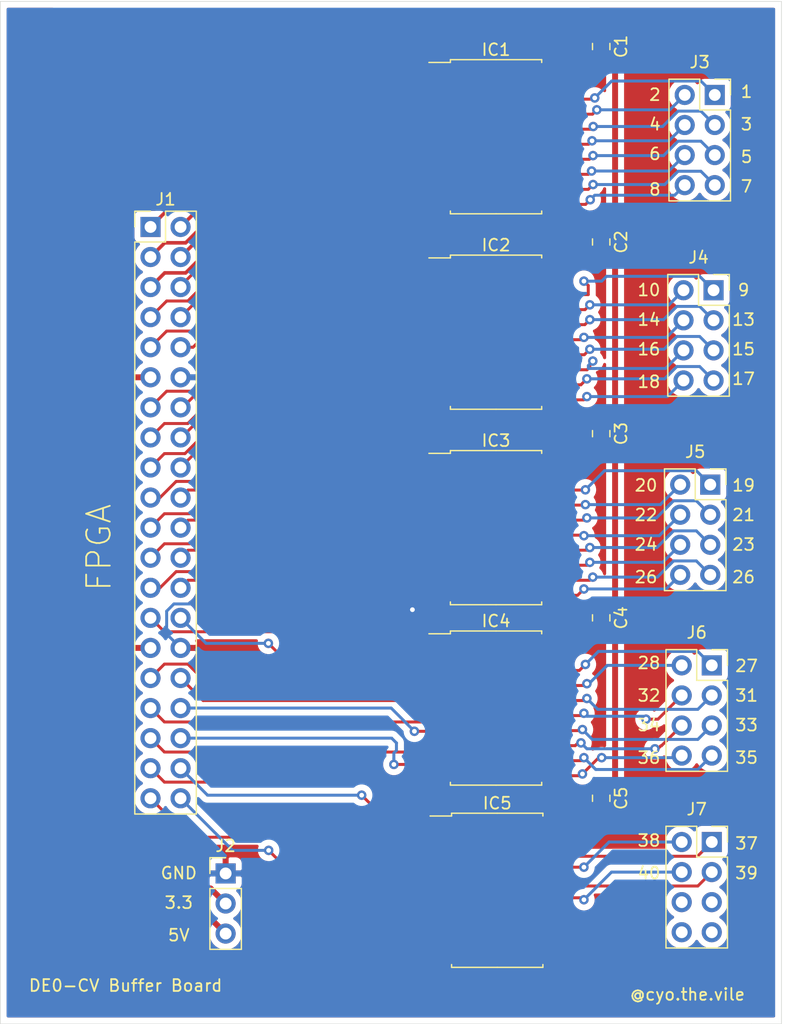
<source format=kicad_pcb>
(kicad_pcb (version 20171130) (host pcbnew "(5.1.9)-1")
  (layers (0 F.Cu signal) (31 B.Cu signal) (34 B.Paste user) (35 F.Paste user) (36 B.SilkS user) (37 F.SilkS user) (38 B.Mask user) (39 F.Mask user) (44 Edge.Cuts user))
  (net 0 "")
  (net 1 "Net-(C1-Pad2)")
  (net 2 /5V)
  (net 3 "Net-(C2-Pad2)")
  (net 4 "Net-(C3-Pad2)")
  (net 5 "Net-(C4-Pad2)")
  (net 6 "Net-(C5-Pad2)")
  (net 7 /GND)
  (net 8 /1-8)
  (net 9 /1-7)
  (net 10 /1-6)
  (net 11 /1-5)
  (net 12 /1-4)
  (net 13 /1-3)
  (net 14 /1-2)
  (net 15 /1-1)
  (net 16 /2-8)
  (net 17 /2-7)
  (net 18 /2-6)
  (net 19 /2-5)
  (net 20 /2-4)
  (net 21 /2-3)
  (net 22 /3-8)
  (net 23 /3-7)
  (net 24 /3-6)
  (net 25 /3-5)
  (net 26 /3-4)
  (net 27 /3-3)
  (net 28 /3-2)
  (net 29 /3-1)
  (net 30 /4-8)
  (net 31 /4-7)
  (net 32 /4-6)
  (net 33 /4-5)
  (net 34 /4-4)
  (net 35 /4-3)
  (net 36 /4-2)
  (net 37 /4-1)
  (net 38 "Net-(IC5-Pad14)")
  (net 39 "Net-(IC5-Pad13)")
  (net 40 "Net-(IC5-Pad12)")
  (net 41 "Net-(IC5-Pad11)")
  (net 42 "Net-(IC5-Pad9)")
  (net 43 "Net-(IC5-Pad8)")
  (net 44 "Net-(IC5-Pad7)")
  (net 45 "Net-(IC5-Pad6)")
  (net 46 /5-4)
  (net 47 /5-3)
  (net 48 /5-2)
  (net 49 /5-1)
  (net 50 /3.3V)
  (net 51 /2-2)
  (net 52 /2-1)
  (net 53 /11-1)
  (net 54 /11-2)
  (net 55 /11-3)
  (net 56 /11-4)
  (net 57 /11-5)
  (net 58 /11-6)
  (net 59 /11-7)
  (net 60 /11-8)
  (net 61 "Net-(J7-Pad8)")
  (net 62 "Net-(J7-Pad7)")
  (net 63 "Net-(J7-Pad6)")
  (net 64 "Net-(J7-Pad5)")
  (net 65 /22-1)
  (net 66 /22-2)
  (net 67 /22-3)
  (net 68 /22-4)
  (net 69 /22-5)
  (net 70 /22-6)
  (net 71 /22-7)
  (net 72 /22-8)
  (net 73 /33-1)
  (net 74 /33-2)
  (net 75 /33-3)
  (net 76 /33-4)
  (net 77 /33-5)
  (net 78 /33-6)
  (net 79 /33-7)
  (net 80 /33-8)
  (net 81 /44-1)
  (net 82 /44-2)
  (net 83 /44-3)
  (net 84 /44-4)
  (net 85 /44-5)
  (net 86 /44-6)
  (net 87 /44-7)
  (net 88 /44-8)
  (net 89 /55-1)
  (net 90 /55-2)
  (net 91 /55-3)
  (net 92 /55-4)
  (module Connector_PinSocket_2.54mm:PinSocket_2x04_P2.54mm_Vertical (layer F.Cu) (at 133.8072 142.1257)
    (fp_text reference J7 (at -1.27 -2.77) (layer F.SilkS))
    (fp_text value Conn_02x04_Odd_Even)
    (pad 8 thru_hole oval (at -2.54 7.62) (size 1.7 1.7) (drill 1) (layers *.Cu *.Mask) (net 61 "Net-(J7-Pad8)"))
    (pad 7 thru_hole oval (at 0 7.62) (size 1.7 1.7) (drill 1) (layers *.Cu *.Mask) (net 62 "Net-(J7-Pad7)"))
    (pad 6 thru_hole oval (at -2.54 5.08) (size 1.7 1.7) (drill 1) (layers *.Cu *.Mask) (net 63 "Net-(J7-Pad6)"))
    (pad 5 thru_hole oval (at 0 5.08) (size 1.7 1.7) (drill 1) (layers *.Cu *.Mask) (net 64 "Net-(J7-Pad5)"))
    (pad 4 thru_hole oval (at -2.54 2.54) (size 1.7 1.7) (drill 1) (layers *.Cu *.Mask) (net 92 /55-4))
    (pad 3 thru_hole oval (at 0 2.54) (size 1.7 1.7) (drill 1) (layers *.Cu *.Mask) (net 91 /55-3))
    (pad 2 thru_hole oval (at -2.54 0) (size 1.7 1.7) (drill 1) (layers *.Cu *.Mask) (net 90 /55-2))
    (pad 1 thru_hole rect (at 0 0) (size 1.7 1.7) (drill 1) (layers *.Cu *.Mask) (net 89 /55-1))
  )
  (module Connector_PinSocket_2.54mm:PinSocket_2x04_P2.54mm_Vertical (layer F.Cu) (at 133.8072 127.2032)
    (fp_text reference J6 (at -1.27 -2.77) (layer F.SilkS))
    (fp_text value Conn_02x04_Odd_Even)
    (pad 8 thru_hole oval (at -2.54 7.62) (size 1.7 1.7) (drill 1) (layers *.Cu *.Mask) (net 88 /44-8))
    (pad 7 thru_hole oval (at 0 7.62) (size 1.7 1.7) (drill 1) (layers *.Cu *.Mask) (net 87 /44-7))
    (pad 6 thru_hole oval (at -2.54 5.08) (size 1.7 1.7) (drill 1) (layers *.Cu *.Mask) (net 86 /44-6))
    (pad 5 thru_hole oval (at 0 5.08) (size 1.7 1.7) (drill 1) (layers *.Cu *.Mask) (net 85 /44-5))
    (pad 4 thru_hole oval (at -2.54 2.54) (size 1.7 1.7) (drill 1) (layers *.Cu *.Mask) (net 84 /44-4))
    (pad 3 thru_hole oval (at 0 2.54) (size 1.7 1.7) (drill 1) (layers *.Cu *.Mask) (net 83 /44-3))
    (pad 2 thru_hole oval (at -2.54 0) (size 1.7 1.7) (drill 1) (layers *.Cu *.Mask) (net 82 /44-2))
    (pad 1 thru_hole rect (at 0 0) (size 1.7 1.7) (drill 1) (layers *.Cu *.Mask) (net 81 /44-1))
  )
  (module Connector_PinSocket_2.54mm:PinSocket_2x04_P2.54mm_Vertical (layer F.Cu) (at 133.6802 111.9378)
    (fp_text reference J5 (at -1.27 -2.77) (layer F.SilkS))
    (fp_text value Conn_02x04_Odd_Even)
    (pad 8 thru_hole oval (at -2.54 7.62) (size 1.7 1.7) (drill 1) (layers *.Cu *.Mask) (net 80 /33-8))
    (pad 7 thru_hole oval (at 0 7.62) (size 1.7 1.7) (drill 1) (layers *.Cu *.Mask) (net 79 /33-7))
    (pad 6 thru_hole oval (at -2.54 5.08) (size 1.7 1.7) (drill 1) (layers *.Cu *.Mask) (net 78 /33-6))
    (pad 5 thru_hole oval (at 0 5.08) (size 1.7 1.7) (drill 1) (layers *.Cu *.Mask) (net 77 /33-5))
    (pad 4 thru_hole oval (at -2.54 2.54) (size 1.7 1.7) (drill 1) (layers *.Cu *.Mask) (net 76 /33-4))
    (pad 3 thru_hole oval (at 0 2.54) (size 1.7 1.7) (drill 1) (layers *.Cu *.Mask) (net 75 /33-3))
    (pad 2 thru_hole oval (at -2.54 0) (size 1.7 1.7) (drill 1) (layers *.Cu *.Mask) (net 74 /33-2))
    (pad 1 thru_hole rect (at 0 0) (size 1.7 1.7) (drill 1) (layers *.Cu *.Mask) (net 73 /33-1))
  )
  (module Connector_PinSocket_2.54mm:PinSocket_2x04_P2.54mm_Vertical (layer F.Cu) (at 133.9596 95.5167)
    (fp_text reference J4 (at -1.27 -2.77) (layer F.SilkS))
    (fp_text value Conn_02x04_Odd_Even)
    (pad 8 thru_hole oval (at -2.54 7.62) (size 1.7 1.7) (drill 1) (layers *.Cu *.Mask) (net 72 /22-8))
    (pad 7 thru_hole oval (at 0 7.62) (size 1.7 1.7) (drill 1) (layers *.Cu *.Mask) (net 71 /22-7))
    (pad 6 thru_hole oval (at -2.54 5.08) (size 1.7 1.7) (drill 1) (layers *.Cu *.Mask) (net 70 /22-6))
    (pad 5 thru_hole oval (at 0 5.08) (size 1.7 1.7) (drill 1) (layers *.Cu *.Mask) (net 69 /22-5))
    (pad 4 thru_hole oval (at -2.54 2.54) (size 1.7 1.7) (drill 1) (layers *.Cu *.Mask) (net 68 /22-4))
    (pad 3 thru_hole oval (at 0 2.54) (size 1.7 1.7) (drill 1) (layers *.Cu *.Mask) (net 67 /22-3))
    (pad 2 thru_hole oval (at -2.54 0) (size 1.7 1.7) (drill 1) (layers *.Cu *.Mask) (net 66 /22-2))
    (pad 1 thru_hole rect (at 0 0) (size 1.7 1.7) (drill 1) (layers *.Cu *.Mask) (net 65 /22-1))
  )
  (module Connector_PinSocket_2.54mm:PinSocket_2x04_P2.54mm_Vertical (layer F.Cu) (at 134.0612 79.0194)
    (fp_text reference J3 (at -1.27 -2.77) (layer F.SilkS))
    (fp_text value Conn_02x04_Odd_Even)
    (pad 8 thru_hole oval (at -2.54 7.62) (size 1.7 1.7) (drill 1) (layers *.Cu *.Mask) (net 60 /11-8))
    (pad 7 thru_hole oval (at 0 7.62) (size 1.7 1.7) (drill 1) (layers *.Cu *.Mask) (net 59 /11-7))
    (pad 6 thru_hole oval (at -2.54 5.08) (size 1.7 1.7) (drill 1) (layers *.Cu *.Mask) (net 58 /11-6))
    (pad 5 thru_hole oval (at 0 5.08) (size 1.7 1.7) (drill 1) (layers *.Cu *.Mask) (net 57 /11-5))
    (pad 4 thru_hole oval (at -2.54 2.54) (size 1.7 1.7) (drill 1) (layers *.Cu *.Mask) (net 56 /11-4))
    (pad 3 thru_hole oval (at 0 2.54) (size 1.7 1.7) (drill 1) (layers *.Cu *.Mask) (net 55 /11-3))
    (pad 2 thru_hole oval (at -2.54 0) (size 1.7 1.7) (drill 1) (layers *.Cu *.Mask) (net 54 /11-2))
    (pad 1 thru_hole rect (at 0 0) (size 1.7 1.7) (drill 1) (layers *.Cu *.Mask) (net 53 /11-1))
  )
  (module Connector_PinHeader_2.54mm:PinHeader_1x03_P2.54mm_Vertical (layer F.Cu) (at 92.71 144.78)
    (fp_text reference J2 (at 0 -2.33) (layer F.SilkS))
    (fp_text value POWER)
    (pad 3 thru_hole oval (at 0 5.08) (size 1.7 1.7) (drill 1) (layers *.Cu *.Mask) (net 2 /5V))
    (pad 2 thru_hole oval (at 0 2.54) (size 1.7 1.7) (drill 1) (layers *.Cu *.Mask) (net 50 /3.3V))
    (pad 1 thru_hole rect (at 0 0) (size 1.7 1.7) (drill 1) (layers *.Cu *.Mask) (net 7 /GND))
  )
  (module Connector_PinHeader_2.54mm:PinHeader_2x20_P2.54mm_Vertical (layer F.Cu) (at 86.36 90.17)
    (fp_text reference J1 (at 1.27 -2.33) (layer F.SilkS))
    (fp_text value FPGA)
    (pad 40 thru_hole oval (at 2.54 48.26) (size 1.7 1.7) (drill 1) (layers *.Cu *.Mask) (net 46 /5-4))
    (pad 39 thru_hole oval (at 0 48.26) (size 1.7 1.7) (drill 1) (layers *.Cu *.Mask) (net 47 /5-3))
    (pad 38 thru_hole oval (at 2.54 45.72) (size 1.7 1.7) (drill 1) (layers *.Cu *.Mask) (net 48 /5-2))
    (pad 37 thru_hole oval (at 0 45.72) (size 1.7 1.7) (drill 1) (layers *.Cu *.Mask) (net 49 /5-1))
    (pad 36 thru_hole oval (at 2.54 43.18) (size 1.7 1.7) (drill 1) (layers *.Cu *.Mask) (net 30 /4-8))
    (pad 35 thru_hole oval (at 0 43.18) (size 1.7 1.7) (drill 1) (layers *.Cu *.Mask) (net 31 /4-7))
    (pad 34 thru_hole oval (at 2.54 40.64) (size 1.7 1.7) (drill 1) (layers *.Cu *.Mask) (net 32 /4-6))
    (pad 33 thru_hole oval (at 0 40.64) (size 1.7 1.7) (drill 1) (layers *.Cu *.Mask) (net 33 /4-5))
    (pad 32 thru_hole oval (at 2.54 38.1) (size 1.7 1.7) (drill 1) (layers *.Cu *.Mask) (net 34 /4-4))
    (pad 31 thru_hole oval (at 0 38.1) (size 1.7 1.7) (drill 1) (layers *.Cu *.Mask) (net 35 /4-3))
    (pad 30 thru_hole oval (at 2.54 35.56) (size 1.7 1.7) (drill 1) (layers *.Cu *.Mask) (net 7 /GND))
    (pad 29 thru_hole oval (at 0 35.56) (size 1.7 1.7) (drill 1) (layers *.Cu *.Mask) (net 50 /3.3V))
    (pad 28 thru_hole oval (at 2.54 33.02) (size 1.7 1.7) (drill 1) (layers *.Cu *.Mask) (net 36 /4-2))
    (pad 27 thru_hole oval (at 0 33.02) (size 1.7 1.7) (drill 1) (layers *.Cu *.Mask) (net 37 /4-1))
    (pad 26 thru_hole oval (at 2.54 30.48) (size 1.7 1.7) (drill 1) (layers *.Cu *.Mask) (net 22 /3-8))
    (pad 25 thru_hole oval (at 0 30.48) (size 1.7 1.7) (drill 1) (layers *.Cu *.Mask) (net 23 /3-7))
    (pad 24 thru_hole oval (at 2.54 27.94) (size 1.7 1.7) (drill 1) (layers *.Cu *.Mask) (net 24 /3-6))
    (pad 23 thru_hole oval (at 0 27.94) (size 1.7 1.7) (drill 1) (layers *.Cu *.Mask) (net 25 /3-5))
    (pad 22 thru_hole oval (at 2.54 25.4) (size 1.7 1.7) (drill 1) (layers *.Cu *.Mask) (net 26 /3-4))
    (pad 21 thru_hole oval (at 0 25.4) (size 1.7 1.7) (drill 1) (layers *.Cu *.Mask) (net 27 /3-3))
    (pad 20 thru_hole oval (at 2.54 22.86) (size 1.7 1.7) (drill 1) (layers *.Cu *.Mask) (net 28 /3-2))
    (pad 19 thru_hole oval (at 0 22.86) (size 1.7 1.7) (drill 1) (layers *.Cu *.Mask) (net 29 /3-1))
    (pad 18 thru_hole oval (at 2.54 20.32) (size 1.7 1.7) (drill 1) (layers *.Cu *.Mask) (net 16 /2-8))
    (pad 17 thru_hole oval (at 0 20.32) (size 1.7 1.7) (drill 1) (layers *.Cu *.Mask) (net 17 /2-7))
    (pad 16 thru_hole oval (at 2.54 17.78) (size 1.7 1.7) (drill 1) (layers *.Cu *.Mask) (net 18 /2-6))
    (pad 15 thru_hole oval (at 0 17.78) (size 1.7 1.7) (drill 1) (layers *.Cu *.Mask) (net 19 /2-5))
    (pad 14 thru_hole oval (at 2.54 15.24) (size 1.7 1.7) (drill 1) (layers *.Cu *.Mask) (net 20 /2-4))
    (pad 13 thru_hole oval (at 0 15.24) (size 1.7 1.7) (drill 1) (layers *.Cu *.Mask) (net 21 /2-3))
    (pad 12 thru_hole oval (at 2.54 12.7) (size 1.7 1.7) (drill 1) (layers *.Cu *.Mask) (net 7 /GND))
    (pad 11 thru_hole oval (at 0 12.7) (size 1.7 1.7) (drill 1) (layers *.Cu *.Mask) (net 2 /5V))
    (pad 10 thru_hole oval (at 2.54 10.16) (size 1.7 1.7) (drill 1) (layers *.Cu *.Mask) (net 51 /2-2))
    (pad 9 thru_hole oval (at 0 10.16) (size 1.7 1.7) (drill 1) (layers *.Cu *.Mask) (net 52 /2-1))
    (pad 8 thru_hole oval (at 2.54 7.62) (size 1.7 1.7) (drill 1) (layers *.Cu *.Mask) (net 8 /1-8))
    (pad 7 thru_hole oval (at 0 7.62) (size 1.7 1.7) (drill 1) (layers *.Cu *.Mask) (net 9 /1-7))
    (pad 6 thru_hole oval (at 2.54 5.08) (size 1.7 1.7) (drill 1) (layers *.Cu *.Mask) (net 10 /1-6))
    (pad 5 thru_hole oval (at 0 5.08) (size 1.7 1.7) (drill 1) (layers *.Cu *.Mask) (net 11 /1-5))
    (pad 4 thru_hole oval (at 2.54 2.54) (size 1.7 1.7) (drill 1) (layers *.Cu *.Mask) (net 12 /1-4))
    (pad 3 thru_hole oval (at 0 2.54) (size 1.7 1.7) (drill 1) (layers *.Cu *.Mask) (net 13 /1-3))
    (pad 2 thru_hole oval (at 2.54 0) (size 1.7 1.7) (drill 1) (layers *.Cu *.Mask) (net 14 /1-2))
    (pad 1 thru_hole rect (at 0 0) (size 1.7 1.7) (drill 1) (layers *.Cu *.Mask) (net 15 /1-1))
  )
  (module Package_SO:SOIC-20W_7.5x12.8mm_P1.27mm (layer F.Cu) (at 115.6716 146.2024)
    (fp_text reference IC5 (at 0 -7.35) (layer F.SilkS))
    (fp_text value MC74HC541ADWR2G)
    (pad 20 smd roundrect (at 4.65 -5.715) (size 2.05 0.6) (layers F.Cu F.Paste F.Mask) (net 6 "Net-(C5-Pad2)"))
    (pad 19 smd roundrect (at 4.65 -4.445) (size 2.05 0.6) (layers F.Cu F.Paste F.Mask) (net 7 /GND))
    (pad 18 smd roundrect (at 4.65 -3.175) (size 2.05 0.6) (layers F.Cu F.Paste F.Mask) (net 89 /55-1))
    (pad 17 smd roundrect (at 4.65 -1.905) (size 2.05 0.6) (layers F.Cu F.Paste F.Mask) (net 90 /55-2))
    (pad 16 smd roundrect (at 4.65 -0.635) (size 2.05 0.6) (layers F.Cu F.Paste F.Mask) (net 91 /55-3))
    (pad 15 smd roundrect (at 4.65 0.635) (size 2.05 0.6) (layers F.Cu F.Paste F.Mask) (net 92 /55-4))
    (pad 14 smd roundrect (at 4.65 1.905) (size 2.05 0.6) (layers F.Cu F.Paste F.Mask) (net 38 "Net-(IC5-Pad14)"))
    (pad 13 smd roundrect (at 4.65 3.175) (size 2.05 0.6) (layers F.Cu F.Paste F.Mask) (net 39 "Net-(IC5-Pad13)"))
    (pad 12 smd roundrect (at 4.65 4.445) (size 2.05 0.6) (layers F.Cu F.Paste F.Mask) (net 40 "Net-(IC5-Pad12)"))
    (pad 11 smd roundrect (at 4.65 5.715) (size 2.05 0.6) (layers F.Cu F.Paste F.Mask) (net 41 "Net-(IC5-Pad11)"))
    (pad 10 smd roundrect (at -4.65 5.715) (size 2.05 0.6) (layers F.Cu F.Paste F.Mask) (net 7 /GND))
    (pad 9 smd roundrect (at -4.65 4.445) (size 2.05 0.6) (layers F.Cu F.Paste F.Mask) (net 42 "Net-(IC5-Pad9)"))
    (pad 8 smd roundrect (at -4.65 3.175) (size 2.05 0.6) (layers F.Cu F.Paste F.Mask) (net 43 "Net-(IC5-Pad8)"))
    (pad 7 smd roundrect (at -4.65 1.905) (size 2.05 0.6) (layers F.Cu F.Paste F.Mask) (net 44 "Net-(IC5-Pad7)"))
    (pad 6 smd roundrect (at -4.65 0.635) (size 2.05 0.6) (layers F.Cu F.Paste F.Mask) (net 45 "Net-(IC5-Pad6)"))
    (pad 5 smd roundrect (at -4.65 -0.635) (size 2.05 0.6) (layers F.Cu F.Paste F.Mask) (net 46 /5-4))
    (pad 4 smd roundrect (at -4.65 -1.905) (size 2.05 0.6) (layers F.Cu F.Paste F.Mask) (net 47 /5-3))
    (pad 3 smd roundrect (at -4.65 -3.175) (size 2.05 0.6) (layers F.Cu F.Paste F.Mask) (net 48 /5-2))
    (pad 2 smd roundrect (at -4.65 -4.445) (size 2.05 0.6) (layers F.Cu F.Paste F.Mask) (net 49 /5-1))
    (pad 1 smd roundrect (at -4.65 -5.715) (size 2.05 0.6) (layers F.Cu F.Paste F.Mask) (net 7 /GND))
  )
  (module Package_SO:SOIC-20W_7.5x12.8mm_P1.27mm (layer F.Cu) (at 115.57 130.81)
    (fp_text reference IC4 (at 0 -7.35) (layer F.SilkS))
    (fp_text value MC74HC541ADWR2G)
    (pad 20 smd roundrect (at 4.65 -5.715) (size 2.05 0.6) (layers F.Cu F.Paste F.Mask) (net 5 "Net-(C4-Pad2)"))
    (pad 19 smd roundrect (at 4.65 -4.445) (size 2.05 0.6) (layers F.Cu F.Paste F.Mask) (net 7 /GND))
    (pad 18 smd roundrect (at 4.65 -3.175) (size 2.05 0.6) (layers F.Cu F.Paste F.Mask) (net 81 /44-1))
    (pad 17 smd roundrect (at 4.65 -1.905) (size 2.05 0.6) (layers F.Cu F.Paste F.Mask) (net 82 /44-2))
    (pad 16 smd roundrect (at 4.65 -0.635) (size 2.05 0.6) (layers F.Cu F.Paste F.Mask) (net 83 /44-3))
    (pad 15 smd roundrect (at 4.65 0.635) (size 2.05 0.6) (layers F.Cu F.Paste F.Mask) (net 84 /44-4))
    (pad 14 smd roundrect (at 4.65 1.905) (size 2.05 0.6) (layers F.Cu F.Paste F.Mask) (net 85 /44-5))
    (pad 13 smd roundrect (at 4.65 3.175) (size 2.05 0.6) (layers F.Cu F.Paste F.Mask) (net 86 /44-6))
    (pad 12 smd roundrect (at 4.65 4.445) (size 2.05 0.6) (layers F.Cu F.Paste F.Mask) (net 87 /44-7))
    (pad 11 smd roundrect (at 4.65 5.715) (size 2.05 0.6) (layers F.Cu F.Paste F.Mask) (net 88 /44-8))
    (pad 10 smd roundrect (at -4.65 5.715) (size 2.05 0.6) (layers F.Cu F.Paste F.Mask) (net 7 /GND))
    (pad 9 smd roundrect (at -4.65 4.445) (size 2.05 0.6) (layers F.Cu F.Paste F.Mask) (net 30 /4-8))
    (pad 8 smd roundrect (at -4.65 3.175) (size 2.05 0.6) (layers F.Cu F.Paste F.Mask) (net 31 /4-7))
    (pad 7 smd roundrect (at -4.65 1.905) (size 2.05 0.6) (layers F.Cu F.Paste F.Mask) (net 32 /4-6))
    (pad 6 smd roundrect (at -4.65 0.635) (size 2.05 0.6) (layers F.Cu F.Paste F.Mask) (net 33 /4-5))
    (pad 5 smd roundrect (at -4.65 -0.635) (size 2.05 0.6) (layers F.Cu F.Paste F.Mask) (net 34 /4-4))
    (pad 4 smd roundrect (at -4.65 -1.905) (size 2.05 0.6) (layers F.Cu F.Paste F.Mask) (net 35 /4-3))
    (pad 3 smd roundrect (at -4.65 -3.175) (size 2.05 0.6) (layers F.Cu F.Paste F.Mask) (net 36 /4-2))
    (pad 2 smd roundrect (at -4.65 -4.445) (size 2.05 0.6) (layers F.Cu F.Paste F.Mask) (net 37 /4-1))
    (pad 1 smd roundrect (at -4.65 -5.715) (size 2.05 0.6) (layers F.Cu F.Paste F.Mask) (net 7 /GND))
  )
  (module Package_SO:SOIC-20W_7.5x12.8mm_P1.27mm (layer F.Cu) (at 115.57 115.57)
    (fp_text reference IC3 (at 0 -7.35) (layer F.SilkS))
    (fp_text value MC74HC541ADWR2G)
    (pad 20 smd roundrect (at 4.65 -5.715) (size 2.05 0.6) (layers F.Cu F.Paste F.Mask) (net 4 "Net-(C3-Pad2)"))
    (pad 19 smd roundrect (at 4.65 -4.445) (size 2.05 0.6) (layers F.Cu F.Paste F.Mask) (net 7 /GND))
    (pad 18 smd roundrect (at 4.65 -3.175) (size 2.05 0.6) (layers F.Cu F.Paste F.Mask) (net 73 /33-1))
    (pad 17 smd roundrect (at 4.65 -1.905) (size 2.05 0.6) (layers F.Cu F.Paste F.Mask) (net 74 /33-2))
    (pad 16 smd roundrect (at 4.65 -0.635) (size 2.05 0.6) (layers F.Cu F.Paste F.Mask) (net 75 /33-3))
    (pad 15 smd roundrect (at 4.65 0.635) (size 2.05 0.6) (layers F.Cu F.Paste F.Mask) (net 76 /33-4))
    (pad 14 smd roundrect (at 4.65 1.905) (size 2.05 0.6) (layers F.Cu F.Paste F.Mask) (net 77 /33-5))
    (pad 13 smd roundrect (at 4.65 3.175) (size 2.05 0.6) (layers F.Cu F.Paste F.Mask) (net 78 /33-6))
    (pad 12 smd roundrect (at 4.65 4.445) (size 2.05 0.6) (layers F.Cu F.Paste F.Mask) (net 79 /33-7))
    (pad 11 smd roundrect (at 4.65 5.715) (size 2.05 0.6) (layers F.Cu F.Paste F.Mask) (net 80 /33-8))
    (pad 10 smd roundrect (at -4.65 5.715) (size 2.05 0.6) (layers F.Cu F.Paste F.Mask) (net 7 /GND))
    (pad 9 smd roundrect (at -4.65 4.445) (size 2.05 0.6) (layers F.Cu F.Paste F.Mask) (net 22 /3-8))
    (pad 8 smd roundrect (at -4.65 3.175) (size 2.05 0.6) (layers F.Cu F.Paste F.Mask) (net 23 /3-7))
    (pad 7 smd roundrect (at -4.65 1.905) (size 2.05 0.6) (layers F.Cu F.Paste F.Mask) (net 24 /3-6))
    (pad 6 smd roundrect (at -4.65 0.635) (size 2.05 0.6) (layers F.Cu F.Paste F.Mask) (net 25 /3-5))
    (pad 5 smd roundrect (at -4.65 -0.635) (size 2.05 0.6) (layers F.Cu F.Paste F.Mask) (net 26 /3-4))
    (pad 4 smd roundrect (at -4.65 -1.905) (size 2.05 0.6) (layers F.Cu F.Paste F.Mask) (net 27 /3-3))
    (pad 3 smd roundrect (at -4.65 -3.175) (size 2.05 0.6) (layers F.Cu F.Paste F.Mask) (net 28 /3-2))
    (pad 2 smd roundrect (at -4.65 -4.445) (size 2.05 0.6) (layers F.Cu F.Paste F.Mask) (net 29 /3-1))
    (pad 1 smd roundrect (at -4.65 -5.715) (size 2.05 0.6) (layers F.Cu F.Paste F.Mask) (net 7 /GND))
  )
  (module Package_SO:SOIC-20W_7.5x12.8mm_P1.27mm (layer F.Cu) (at 115.57 99.06)
    (fp_text reference IC2 (at 0 -7.35) (layer F.SilkS))
    (fp_text value MC74HC541ADWR2G)
    (pad 20 smd roundrect (at 4.65 -5.715) (size 2.05 0.6) (layers F.Cu F.Paste F.Mask) (net 3 "Net-(C2-Pad2)"))
    (pad 19 smd roundrect (at 4.65 -4.445) (size 2.05 0.6) (layers F.Cu F.Paste F.Mask) (net 7 /GND))
    (pad 18 smd roundrect (at 4.65 -3.175) (size 2.05 0.6) (layers F.Cu F.Paste F.Mask) (net 65 /22-1))
    (pad 17 smd roundrect (at 4.65 -1.905) (size 2.05 0.6) (layers F.Cu F.Paste F.Mask) (net 66 /22-2))
    (pad 16 smd roundrect (at 4.65 -0.635) (size 2.05 0.6) (layers F.Cu F.Paste F.Mask) (net 67 /22-3))
    (pad 15 smd roundrect (at 4.65 0.635) (size 2.05 0.6) (layers F.Cu F.Paste F.Mask) (net 68 /22-4))
    (pad 14 smd roundrect (at 4.65 1.905) (size 2.05 0.6) (layers F.Cu F.Paste F.Mask) (net 69 /22-5))
    (pad 13 smd roundrect (at 4.65 3.175) (size 2.05 0.6) (layers F.Cu F.Paste F.Mask) (net 70 /22-6))
    (pad 12 smd roundrect (at 4.65 4.445) (size 2.05 0.6) (layers F.Cu F.Paste F.Mask) (net 71 /22-7))
    (pad 11 smd roundrect (at 4.65 5.715) (size 2.05 0.6) (layers F.Cu F.Paste F.Mask) (net 72 /22-8))
    (pad 10 smd roundrect (at -4.65 5.715) (size 2.05 0.6) (layers F.Cu F.Paste F.Mask) (net 7 /GND))
    (pad 9 smd roundrect (at -4.65 4.445) (size 2.05 0.6) (layers F.Cu F.Paste F.Mask) (net 16 /2-8))
    (pad 8 smd roundrect (at -4.65 3.175) (size 2.05 0.6) (layers F.Cu F.Paste F.Mask) (net 17 /2-7))
    (pad 7 smd roundrect (at -4.65 1.905) (size 2.05 0.6) (layers F.Cu F.Paste F.Mask) (net 18 /2-6))
    (pad 6 smd roundrect (at -4.65 0.635) (size 2.05 0.6) (layers F.Cu F.Paste F.Mask) (net 19 /2-5))
    (pad 5 smd roundrect (at -4.65 -0.635) (size 2.05 0.6) (layers F.Cu F.Paste F.Mask) (net 20 /2-4))
    (pad 4 smd roundrect (at -4.65 -1.905) (size 2.05 0.6) (layers F.Cu F.Paste F.Mask) (net 21 /2-3))
    (pad 3 smd roundrect (at -4.65 -3.175) (size 2.05 0.6) (layers F.Cu F.Paste F.Mask) (net 51 /2-2))
    (pad 2 smd roundrect (at -4.65 -4.445) (size 2.05 0.6) (layers F.Cu F.Paste F.Mask) (net 52 /2-1))
    (pad 1 smd roundrect (at -4.65 -5.715) (size 2.05 0.6) (layers F.Cu F.Paste F.Mask) (net 7 /GND))
  )
  (module Package_SO:SOIC-20W_7.5x12.8mm_P1.27mm (layer F.Cu) (at 115.57 82.55)
    (fp_text reference IC1 (at 0 -7.35) (layer F.SilkS))
    (fp_text value MC74HC541ADWR2G)
    (pad 20 smd roundrect (at 4.65 -5.715) (size 2.05 0.6) (layers F.Cu F.Paste F.Mask) (net 1 "Net-(C1-Pad2)"))
    (pad 19 smd roundrect (at 4.65 -4.445) (size 2.05 0.6) (layers F.Cu F.Paste F.Mask) (net 7 /GND))
    (pad 18 smd roundrect (at 4.65 -3.175) (size 2.05 0.6) (layers F.Cu F.Paste F.Mask) (net 53 /11-1))
    (pad 17 smd roundrect (at 4.65 -1.905) (size 2.05 0.6) (layers F.Cu F.Paste F.Mask) (net 54 /11-2))
    (pad 16 smd roundrect (at 4.65 -0.635) (size 2.05 0.6) (layers F.Cu F.Paste F.Mask) (net 55 /11-3))
    (pad 15 smd roundrect (at 4.65 0.635) (size 2.05 0.6) (layers F.Cu F.Paste F.Mask) (net 56 /11-4))
    (pad 14 smd roundrect (at 4.65 1.905) (size 2.05 0.6) (layers F.Cu F.Paste F.Mask) (net 57 /11-5))
    (pad 13 smd roundrect (at 4.65 3.175) (size 2.05 0.6) (layers F.Cu F.Paste F.Mask) (net 58 /11-6))
    (pad 12 smd roundrect (at 4.65 4.445) (size 2.05 0.6) (layers F.Cu F.Paste F.Mask) (net 59 /11-7))
    (pad 11 smd roundrect (at 4.65 5.715) (size 2.05 0.6) (layers F.Cu F.Paste F.Mask) (net 60 /11-8))
    (pad 10 smd roundrect (at -4.65 5.715) (size 2.05 0.6) (layers F.Cu F.Paste F.Mask) (net 7 /GND))
    (pad 9 smd roundrect (at -4.65 4.445) (size 2.05 0.6) (layers F.Cu F.Paste F.Mask) (net 8 /1-8))
    (pad 8 smd roundrect (at -4.65 3.175) (size 2.05 0.6) (layers F.Cu F.Paste F.Mask) (net 9 /1-7))
    (pad 7 smd roundrect (at -4.65 1.905) (size 2.05 0.6) (layers F.Cu F.Paste F.Mask) (net 10 /1-6))
    (pad 6 smd roundrect (at -4.65 0.635) (size 2.05 0.6) (layers F.Cu F.Paste F.Mask) (net 11 /1-5))
    (pad 5 smd roundrect (at -4.65 -0.635) (size 2.05 0.6) (layers F.Cu F.Paste F.Mask) (net 12 /1-4))
    (pad 4 smd roundrect (at -4.65 -1.905) (size 2.05 0.6) (layers F.Cu F.Paste F.Mask) (net 13 /1-3))
    (pad 3 smd roundrect (at -4.65 -3.175) (size 2.05 0.6) (layers F.Cu F.Paste F.Mask) (net 14 /1-2))
    (pad 2 smd roundrect (at -4.65 -4.445) (size 2.05 0.6) (layers F.Cu F.Paste F.Mask) (net 15 /1-1))
    (pad 1 smd roundrect (at -4.65 -5.715) (size 2.05 0.6) (layers F.Cu F.Paste F.Mask) (net 7 /GND))
  )
  (module Capacitor_SMD:C_0805_2012Metric (layer F.Cu) (at 124.46 138.43 270)
    (fp_text reference C5 (at 0 -1.68 90) (layer F.SilkS))
    (fp_text value 100pF)
    (pad 2 smd roundrect (at 0.95 0 270) (size 1 1.45) (layers F.Cu F.Paste F.Mask) (net 6 "Net-(C5-Pad2)"))
    (pad 1 smd roundrect (at -0.95 0 270) (size 1 1.45) (layers F.Cu F.Paste F.Mask) (net 2 /5V))
  )
  (module Capacitor_SMD:C_0805_2012Metric (layer F.Cu) (at 124.46 123.19 270)
    (fp_text reference C4 (at 0 -1.68 90) (layer F.SilkS))
    (fp_text value 100pF)
    (pad 2 smd roundrect (at 0.95 0 270) (size 1 1.45) (layers F.Cu F.Paste F.Mask) (net 5 "Net-(C4-Pad2)"))
    (pad 1 smd roundrect (at -0.95 0 270) (size 1 1.45) (layers F.Cu F.Paste F.Mask) (net 2 /5V))
  )
  (module Capacitor_SMD:C_0805_2012Metric (layer F.Cu) (at 124.46 107.63 270)
    (fp_text reference C3 (at 0 -1.68 90) (layer F.SilkS))
    (fp_text value 100pF)
    (pad 2 smd roundrect (at 0.95 0 270) (size 1 1.45) (layers F.Cu F.Paste F.Mask) (net 4 "Net-(C3-Pad2)"))
    (pad 1 smd roundrect (at -0.95 0 270) (size 1 1.45) (layers F.Cu F.Paste F.Mask) (net 2 /5V))
  )
  (module Capacitor_SMD:C_0805_2012Metric (layer F.Cu) (at 124.46 91.44 270)
    (fp_text reference C2 (at 0 -1.68 90) (layer F.SilkS))
    (fp_text value 100pF)
    (pad 2 smd roundrect (at 0.95 0 270) (size 1 1.45) (layers F.Cu F.Paste F.Mask) (net 3 "Net-(C2-Pad2)"))
    (pad 1 smd roundrect (at -0.95 0 270) (size 1 1.45) (layers F.Cu F.Paste F.Mask) (net 2 /5V))
  )
  (module Capacitor_SMD:C_0805_2012Metric (layer F.Cu) (at 124.46 74.93 270)
    (fp_text reference C1 (at 0 -1.68 90) (layer F.SilkS))
    (fp_text value 100pF)
    (pad 2 smd roundrect (at 0.95 0 270) (size 1 1.45) (layers F.Cu F.Paste F.Mask) (net 1 "Net-(C1-Pad2)"))
    (pad 1 smd roundrect (at -0.95 0 270) (size 1 1.45) (layers F.Cu F.Paste F.Mask) (net 2 /5V))
  )
  (gr_text @cyo.the.vile (at 131.75 155) (layer F.SilkS) (effects (font (size 1 1))))
  (gr_text "DE0-CV Buffer Board" (at 84.25 154.25) (layer F.SilkS) (effects (font (size 1 1))))
  (gr_text 34 (at 128.5 132.25) (layer F.SilkS) (effects (font (size 1 1))))
  (gr_text 33 (at 136.75 132.25) (layer F.SilkS) (effects (font (size 1 1))))
  (gr_text 31 (at 136.75 129.75) (layer F.SilkS) (effects (font (size 1 1))))
  (gr_text 32 (at 128.5 129.75) (layer F.SilkS) (effects (font (size 1 1))))
  (gr_text 23 (at 136.5 117) (layer F.SilkS) (effects (font (size 1 1))))
  (gr_text 21 (at 136.5 114.5) (layer F.SilkS) (effects (font (size 1 1))))
  (gr_text 26 (at 128.25 119.75) (layer F.SilkS) (effects (font (size 1 1))))
  (gr_text 24 (at 128.25 117) (layer F.SilkS) (effects (font (size 1 1))))
  (gr_text "22\n" (at 128.25 114.5) (layer F.SilkS) (effects (font (size 1 1))))
  (gr_text 20 (at 128.25 112) (layer F.SilkS) (effects (font (size 1 1))))
  (gr_text 17 (at 136.5 103) (layer F.SilkS) (effects (font (size 1 1))))
  (gr_text 15 (at 136.5 100.5) (layer F.SilkS) (effects (font (size 1 1))))
  (gr_text 13 (at 136.5 98) (layer F.SilkS) (effects (font (size 1 1))))
  (gr_text 16 (at 128.5 100.5) (layer F.SilkS) (effects (font (size 1 1))))
  (gr_text 14 (at 128.5 98) (layer F.SilkS) (effects (font (size 1 1))))
  (gr_text 5 (at 136.75 84.25) (layer F.SilkS) (effects (font (size 1 1))))
  (gr_text 6 (at 129 84) (layer F.SilkS) (effects (font (size 1 1))))
  (gr_text 3 (at 136.75 81.5) (layer F.SilkS) (effects (font (size 1 1))))
  (gr_text "4\n" (at 129 81.5) (layer F.SilkS) (effects (font (size 1 1))))
  (gr_text "35\n" (at 136.75 135) (layer F.SilkS) (effects (font (size 1 1))))
  (gr_text 28 (at 128.5 127) (layer F.SilkS) (effects (font (size 1 1))))
  (gr_text 27 (at 136.75 127.25) (layer F.SilkS) (effects (font (size 1 1))))
  (gr_text 5V (at 88.75 150) (layer F.SilkS) (effects (font (size 1 1))))
  (gr_text 3.3 (at 88.75 147.25) (layer F.SilkS) (effects (font (size 1 1))))
  (gr_text GND (at 88.75 144.75) (layer F.SilkS) (effects (font (size 1 1))))
  (gr_text 40 (at 128.5 144.75) (layer F.SilkS) (effects (font (size 1 1))))
  (gr_text 38 (at 128.5 142) (layer F.SilkS) (effects (font (size 1 1))))
  (gr_text "10\n" (at 128.5 95.5) (layer F.SilkS) (effects (font (size 1 1))))
  (gr_text 8 (at 129 87) (layer F.SilkS) (effects (font (size 1 1))))
  (gr_text 2 (at 129 79) (layer F.SilkS) (effects (font (size 1 1))))
  (gr_text 39 (at 136.75 144.75) (layer F.SilkS) (effects (font (size 1 1))))
  (gr_text 37 (at 136.75 142.25) (layer F.SilkS) (effects (font (size 1 1))))
  (gr_text "36\n" (at 128.5 135) (layer F.SilkS) (effects (font (size 1 1))))
  (gr_text "26\n" (at 136.5 119.75) (layer F.SilkS) (effects (font (size 1 1))))
  (gr_text 19 (at 136.5 112) (layer F.SilkS) (effects (font (size 1 1))))
  (gr_text "18\n" (at 128.5 103.25) (layer F.SilkS) (effects (font (size 1 1))))
  (gr_text 9 (at 136.5 95.5) (layer F.SilkS) (effects (font (size 1 1))))
  (gr_text "7\n" (at 136.75 86.75) (layer F.SilkS) (effects (font (size 1 1))))
  (gr_text 1 (at 136.75 78.75) (layer F.SilkS) (effects (font (size 1 1))))
  (gr_text FPGA (at 82 117.25 90) (layer F.SilkS) (effects (font (size 2 2))))
  (gr_line (start 139.7 157.48) (end 137.16 157.48) (layer Edge.Cuts) (width 0.05))
  (gr_line (start 139.7 71.12) (end 139.7 157.48) (layer Edge.Cuts) (width 0.05))
  (gr_line (start 73.66 71.12) (end 139.7 71.12) (layer Edge.Cuts) (width 0.05))
  (gr_line (start 73.66 157.48) (end 73.66 71.12) (layer Edge.Cuts) (width 0.05))
  (gr_line (start 137.16 157.48) (end 73.66 157.48) (layer Edge.Cuts) (width 0.05))
  (segment (start 123.505 76.835) (end 124.46 75.88) (width 0.5) (layer F.Cu) (net 1))
  (segment (start 120.22 76.835) (end 123.505 76.835) (width 0.5) (layer F.Cu) (net 1))
  (segment (start 78.74 91.44) (end 78.74 72.39) (width 0.5) (layer F.Cu) (net 2))
  (segment (start 122.87 72.39) (end 124.46 73.98) (width 0.5) (layer F.Cu) (net 2))
  (segment (start 78.74 72.39) (end 122.87 72.39) (width 0.5) (layer F.Cu) (net 2))
  (segment (start 124.46 73.98) (end 125.41 73.98) (width 0.5) (layer F.Cu) (net 2))
  (segment (start 125.41 73.98) (end 125.63501 74.20501) (width 0.5) (layer F.Cu) (net 2))
  (segment (start 125.22002 137.48) (end 124.46 137.48) (width 0.5) (layer F.Cu) (net 2))
  (segment (start 125.63501 137.06501) (end 125.22002 137.48) (width 0.5) (layer F.Cu) (net 2))
  (segment (start 125.41 90.49) (end 125.63501 90.26499) (width 0.5) (layer F.Cu) (net 2))
  (segment (start 124.46 90.49) (end 125.41 90.49) (width 0.5) (layer F.Cu) (net 2))
  (segment (start 125.63501 74.20501) (end 125.63501 90.26499) (width 0.5) (layer F.Cu) (net 2))
  (segment (start 125.54002 106.68) (end 125.63501 106.77499) (width 0.5) (layer F.Cu) (net 2))
  (segment (start 124.46 106.68) (end 125.54002 106.68) (width 0.5) (layer F.Cu) (net 2))
  (segment (start 125.63501 90.26499) (end 125.63501 106.77499) (width 0.5) (layer F.Cu) (net 2))
  (segment (start 125.41 122.24) (end 125.63501 122.01499) (width 0.5) (layer F.Cu) (net 2))
  (segment (start 124.46 122.24) (end 125.41 122.24) (width 0.5) (layer F.Cu) (net 2))
  (segment (start 125.63501 122.01499) (end 125.63501 137.06501) (width 0.5) (layer F.Cu) (net 2))
  (segment (start 125.63501 106.77499) (end 125.63501 122.01499) (width 0.5) (layer F.Cu) (net 2))
  (segment (start 78.74 135.89) (end 92.71 149.86) (width 0.5) (layer F.Cu) (net 2))
  (segment (start 86.36 102.87) (end 78.74 102.87) (width 0.5) (layer F.Cu) (net 2))
  (segment (start 78.74 102.87) (end 78.74 135.89) (width 0.5) (layer F.Cu) (net 2))
  (segment (start 78.74 91.44) (end 78.74 102.87) (width 0.5) (layer F.Cu) (net 2))
  (segment (start 121.175 92.39) (end 120.22 93.345) (width 0.5) (layer F.Cu) (net 3))
  (segment (start 124.46 92.39) (end 121.175 92.39) (width 0.5) (layer F.Cu) (net 3))
  (segment (start 123.185 109.855) (end 124.46 108.58) (width 0.5) (layer F.Cu) (net 4))
  (segment (start 120.22 109.855) (end 123.185 109.855) (width 0.5) (layer F.Cu) (net 4))
  (segment (start 121.175 124.14) (end 120.22 125.095) (width 0.5) (layer F.Cu) (net 5))
  (segment (start 124.46 124.14) (end 121.175 124.14) (width 0.5) (layer F.Cu) (net 5))
  (segment (start 121.429 139.38) (end 120.3216 140.4874) (width 0.5) (layer F.Cu) (net 6))
  (segment (start 124.46 139.38) (end 121.429 139.38) (width 0.5) (layer F.Cu) (net 6))
  (segment (start 109.705 122.5) (end 110.92 121.285) (width 0.25) (layer F.Cu) (net 7))
  (segment (start 108.325 122.5) (end 108.5 122.5) (width 0.25) (layer F.Cu) (net 7))
  (segment (start 110.92 125.095) (end 108.325 122.5) (width 0.25) (layer F.Cu) (net 7))
  (segment (start 108.5 122.5) (end 109.705 122.5) (width 0.25) (layer F.Cu) (net 7))
  (via (at 108.5 122.5) (size 0.8) (drill 0.4) (layers F.Cu B.Cu) (net 7))
  (segment (start 87.724999 124.554999) (end 88.9 125.73) (width 0.25) (layer B.Cu) (net 7))
  (segment (start 87.724999 122.625999) (end 87.724999 124.554999) (width 0.25) (layer B.Cu) (net 7))
  (segment (start 88.335999 122.014999) (end 87.724999 122.625999) (width 0.25) (layer B.Cu) (net 7))
  (segment (start 108.014999 122.014999) (end 88.335999 122.014999) (width 0.25) (layer B.Cu) (net 7))
  (segment (start 108.5 122.5) (end 108.014999 122.014999) (width 0.25) (layer B.Cu) (net 7))
  (segment (start 99.695 86.995) (end 88.9 97.79) (width 0.25) (layer F.Cu) (net 8))
  (segment (start 110.92 86.995) (end 99.695 86.995) (width 0.25) (layer F.Cu) (net 8))
  (segment (start 87.724999 96.425001) (end 89.515699 96.425001) (width 0.25) (layer F.Cu) (net 9))
  (segment (start 86.36 97.79) (end 87.724999 96.425001) (width 0.25) (layer F.Cu) (net 9))
  (segment (start 89.515699 96.425001) (end 100.2157 85.725) (width 0.25) (layer F.Cu) (net 9))
  (segment (start 100.2157 85.725) (end 110.92 85.725) (width 0.25) (layer F.Cu) (net 9))
  (segment (start 88.9 95.157766) (end 88.9 95.25) (width 0.25) (layer F.Cu) (net 10))
  (segment (start 99.602766 84.455) (end 88.9 95.157766) (width 0.25) (layer F.Cu) (net 10))
  (segment (start 110.92 84.455) (end 99.602766 84.455) (width 0.25) (layer F.Cu) (net 10))
  (segment (start 89.336003 94.049999) (end 99.949 83.437002) (width 0.3) (layer F.Cu) (net 11))
  (segment (start 87.560001 94.049999) (end 89.336003 94.049999) (width 0.3) (layer F.Cu) (net 11))
  (segment (start 86.36 95.25) (end 87.560001 94.049999) (width 0.3) (layer F.Cu) (net 11))
  (segment (start 110.667998 83.437002) (end 110.92 83.185) (width 0.3) (layer F.Cu) (net 11))
  (segment (start 99.949 83.437002) (end 110.667998 83.437002) (width 0.3) (layer F.Cu) (net 11))
  (segment (start 99.695 81.915) (end 88.9 92.71) (width 0.3) (layer F.Cu) (net 12))
  (segment (start 110.92 81.915) (end 99.695 81.915) (width 0.3) (layer F.Cu) (net 12))
  (segment (start 89.336003 91.509999) (end 99.8728 80.973202) (width 0.3) (layer F.Cu) (net 13))
  (segment (start 87.560001 91.509999) (end 89.336003 91.509999) (width 0.3) (layer F.Cu) (net 13))
  (segment (start 86.36 92.71) (end 87.560001 91.509999) (width 0.3) (layer F.Cu) (net 13))
  (segment (start 110.591798 80.973202) (end 110.92 80.645) (width 0.3) (layer F.Cu) (net 13))
  (segment (start 99.8728 80.973202) (end 110.591798 80.973202) (width 0.3) (layer F.Cu) (net 13))
  (segment (start 99.695 79.375) (end 88.9 90.17) (width 0.3) (layer F.Cu) (net 14))
  (segment (start 110.92 79.375) (end 99.695 79.375) (width 0.3) (layer F.Cu) (net 14))
  (segment (start 98.425 78.105) (end 86.36 90.17) (width 0.3) (layer F.Cu) (net 15))
  (segment (start 110.92 78.105) (end 98.425 78.105) (width 0.3) (layer F.Cu) (net 15))
  (segment (start 95.885 103.505) (end 88.9 110.49) (width 0.25) (layer F.Cu) (net 16))
  (segment (start 110.92 103.505) (end 95.885 103.505) (width 0.25) (layer F.Cu) (net 16))
  (segment (start 89.274003 109.314999) (end 96.0628 102.526202) (width 0.25) (layer F.Cu) (net 17))
  (segment (start 87.535001 109.314999) (end 89.274003 109.314999) (width 0.25) (layer F.Cu) (net 17))
  (segment (start 86.36 110.49) (end 87.535001 109.314999) (width 0.25) (layer F.Cu) (net 17))
  (segment (start 110.628798 102.526202) (end 110.92 102.235) (width 0.25) (layer F.Cu) (net 17))
  (segment (start 96.0628 102.526202) (end 110.628798 102.526202) (width 0.25) (layer F.Cu) (net 17))
  (segment (start 88.97761 107.95) (end 88.9 107.95) (width 0.25) (layer F.Cu) (net 18))
  (segment (start 95.96261 100.965) (end 88.97761 107.95) (width 0.25) (layer F.Cu) (net 18))
  (segment (start 110.92 100.965) (end 95.96261 100.965) (width 0.25) (layer F.Cu) (net 18))
  (segment (start 87.535001 106.774999) (end 89.516201 106.774999) (width 0.25) (layer F.Cu) (net 19))
  (segment (start 86.36 107.95) (end 87.535001 106.774999) (width 0.25) (layer F.Cu) (net 19))
  (segment (start 96.5962 99.695) (end 110.92 99.695) (width 0.25) (layer F.Cu) (net 19))
  (segment (start 89.516201 106.774999) (end 96.5962 99.695) (width 0.25) (layer F.Cu) (net 19))
  (segment (start 89.07921 105.41) (end 88.9 105.41) (width 0.25) (layer F.Cu) (net 20))
  (segment (start 96.06421 98.425) (end 89.07921 105.41) (width 0.25) (layer F.Cu) (net 20))
  (segment (start 110.92 98.425) (end 96.06421 98.425) (width 0.25) (layer F.Cu) (net 20))
  (segment (start 87.724999 104.045001) (end 89.807799 104.045001) (width 0.25) (layer F.Cu) (net 21))
  (segment (start 86.36 105.41) (end 87.724999 104.045001) (width 0.25) (layer F.Cu) (net 21))
  (segment (start 96.6978 97.155) (end 110.92 97.155) (width 0.25) (layer F.Cu) (net 21))
  (segment (start 89.807799 104.045001) (end 96.6978 97.155) (width 0.25) (layer F.Cu) (net 21))
  (segment (start 89.535 120.015) (end 88.9 120.65) (width 0.25) (layer F.Cu) (net 22))
  (segment (start 110.92 120.015) (end 89.535 120.015) (width 0.25) (layer F.Cu) (net 22))
  (segment (start 110.379999 119.285001) (end 110.92 118.745) (width 0.25) (layer F.Cu) (net 23))
  (segment (start 88.525997 119.285001) (end 110.379999 119.285001) (width 0.25) (layer F.Cu) (net 23))
  (segment (start 87.160998 120.65) (end 88.525997 119.285001) (width 0.25) (layer F.Cu) (net 23))
  (segment (start 86.36 120.65) (end 87.160998 120.65) (width 0.25) (layer F.Cu) (net 23))
  (segment (start 89.535 117.475) (end 88.9 118.11) (width 0.25) (layer F.Cu) (net 24))
  (segment (start 110.92 117.475) (end 89.535 117.475) (width 0.25) (layer F.Cu) (net 24))
  (segment (start 109.895 116.205) (end 110.92 116.205) (width 0.25) (layer F.Cu) (net 25))
  (segment (start 109.165001 116.934999) (end 109.895 116.205) (width 0.25) (layer F.Cu) (net 25))
  (segment (start 87.535001 116.934999) (end 109.165001 116.934999) (width 0.25) (layer F.Cu) (net 25))
  (segment (start 86.36 118.11) (end 87.535001 116.934999) (width 0.25) (layer F.Cu) (net 25))
  (segment (start 89.535 114.935) (end 88.9 115.57) (width 0.25) (layer F.Cu) (net 26))
  (segment (start 110.92 114.935) (end 89.535 114.935) (width 0.25) (layer F.Cu) (net 26))
  (segment (start 109.895 113.665) (end 110.92 113.665) (width 0.25) (layer F.Cu) (net 27))
  (segment (start 109.165001 114.394999) (end 109.895 113.665) (width 0.25) (layer F.Cu) (net 27))
  (segment (start 87.535001 114.394999) (end 109.165001 114.394999) (width 0.25) (layer F.Cu) (net 27))
  (segment (start 86.36 115.57) (end 87.535001 114.394999) (width 0.25) (layer F.Cu) (net 27))
  (segment (start 89.535 112.395) (end 88.9 113.03) (width 0.25) (layer F.Cu) (net 28))
  (segment (start 110.92 112.395) (end 89.535 112.395) (width 0.25) (layer F.Cu) (net 28))
  (segment (start 110.379999 111.665001) (end 110.92 111.125) (width 0.25) (layer F.Cu) (net 29))
  (segment (start 88.525997 111.665001) (end 110.379999 111.665001) (width 0.25) (layer F.Cu) (net 29))
  (segment (start 87.160998 113.03) (end 88.525997 111.665001) (width 0.25) (layer F.Cu) (net 29))
  (segment (start 86.36 113.03) (end 87.160998 113.03) (width 0.25) (layer F.Cu) (net 29))
  (segment (start 88.9 133.35) (end 106.7435 133.35) (width 0.25) (layer B.Cu) (net 30))
  (segment (start 106.7435 133.35) (end 107.1499 133.7564) (width 0.25) (layer B.Cu) (net 30))
  (segment (start 107.1499 133.7564) (end 107.1499 133.7564) (width 0.25) (layer B.Cu) (net 30))
  (segment (start 106.932899 134.608401) (end 106.932899 135.059399) (width 0.25) (layer B.Cu) (net 30))
  (segment (start 107.1499 134.3914) (end 106.932899 134.608401) (width 0.25) (layer B.Cu) (net 30))
  (segment (start 107.1499 133.7564) (end 107.1499 134.3914) (width 0.25) (layer B.Cu) (net 30))
  (segment (start 106.932899 135.059399) (end 106.932899 135.5725) (width 0.25) (layer B.Cu) (net 30))
  (segment (start 106.932899 135.5725) (end 106.932899 135.5725) (width 0.25) (layer B.Cu) (net 30))
  (via (at 106.932899 135.5725) (size 0.8) (drill 0.4) (layers F.Cu B.Cu) (net 30))
  (segment (start 110.6025 135.5725) (end 110.92 135.255) (width 0.25) (layer F.Cu) (net 30))
  (segment (start 106.932899 135.5725) (end 110.6025 135.5725) (width 0.25) (layer F.Cu) (net 30))
  (segment (start 87.535001 134.525001) (end 86.36 133.35) (width 0.25) (layer F.Cu) (net 31))
  (segment (start 110.379999 134.525001) (end 87.535001 134.525001) (width 0.25) (layer F.Cu) (net 31))
  (segment (start 110.92 133.985) (end 110.379999 134.525001) (width 0.25) (layer F.Cu) (net 31))
  (segment (start 88.9 130.81) (end 106.7054 130.81) (width 0.25) (layer B.Cu) (net 32))
  (segment (start 106.7054 130.81) (end 108.66755 132.77215) (width 0.25) (layer B.Cu) (net 32))
  (segment (start 108.66755 132.77215) (end 108.7247 132.8293) (width 0.25) (layer B.Cu) (net 32))
  (via (at 108.66755 132.77215) (size 0.8) (drill 0.4) (layers F.Cu B.Cu) (net 32))
  (segment (start 110.86285 132.77215) (end 110.92 132.715) (width 0.25) (layer F.Cu) (net 32))
  (segment (start 108.66755 132.77215) (end 110.86285 132.77215) (width 0.25) (layer F.Cu) (net 32))
  (segment (start 87.535001 131.985001) (end 86.36 130.81) (width 0.25) (layer F.Cu) (net 33))
  (segment (start 110.379999 131.985001) (end 87.535001 131.985001) (width 0.25) (layer F.Cu) (net 33))
  (segment (start 110.92 131.445) (end 110.379999 131.985001) (width 0.25) (layer F.Cu) (net 33))
  (segment (start 90.805 130.175) (end 110.92 130.175) (width 0.25) (layer F.Cu) (net 34))
  (segment (start 88.9 128.27) (end 90.805 130.175) (width 0.25) (layer F.Cu) (net 34))
  (segment (start 87.535001 127.094999) (end 86.36 128.27) (width 0.25) (layer F.Cu) (net 35))
  (segment (start 89.515699 127.094999) (end 87.535001 127.094999) (width 0.25) (layer F.Cu) (net 35))
  (segment (start 91.3257 128.905) (end 89.515699 127.094999) (width 0.25) (layer F.Cu) (net 35))
  (segment (start 110.92 128.905) (end 91.3257 128.905) (width 0.25) (layer F.Cu) (net 35))
  (segment (start 110.92 127.635) (end 98.6155 127.635) (width 0.25) (layer F.Cu) (net 36))
  (segment (start 98.6155 127.635) (end 96.32315 125.34265) (width 0.25) (layer F.Cu) (net 36))
  (segment (start 96.32315 125.34265) (end 96.3168 125.3363) (width 0.25) (layer F.Cu) (net 36))
  (via (at 96.32315 125.34265) (size 0.8) (drill 0.4) (layers F.Cu B.Cu) (net 36))
  (segment (start 91.05265 125.34265) (end 88.9 123.19) (width 0.25) (layer B.Cu) (net 36))
  (segment (start 96.32315 125.34265) (end 91.05265 125.34265) (width 0.25) (layer B.Cu) (net 36))
  (segment (start 109.895 126.365) (end 110.92 126.365) (width 0.25) (layer F.Cu) (net 37))
  (segment (start 107.895001 124.365001) (end 109.895 126.365) (width 0.25) (layer F.Cu) (net 37))
  (segment (start 87.535001 124.365001) (end 107.895001 124.365001) (width 0.25) (layer F.Cu) (net 37))
  (segment (start 86.36 123.19) (end 87.535001 124.365001) (width 0.25) (layer F.Cu) (net 37))
  (segment (start 111.0216 145.5674) (end 99.0854 145.5674) (width 0.25) (layer F.Cu) (net 46))
  (segment (start 99.0854 145.5674) (end 96.34855 142.83055) (width 0.25) (layer F.Cu) (net 46))
  (segment (start 96.34855 142.83055) (end 96.1898 142.6718) (width 0.25) (layer F.Cu) (net 46))
  (via (at 96.34855 142.83055) (size 0.8) (drill 0.4) (layers F.Cu B.Cu) (net 46))
  (segment (start 93.30055 142.83055) (end 88.9 138.43) (width 0.25) (layer B.Cu) (net 46))
  (segment (start 96.34855 142.83055) (end 93.30055 142.83055) (width 0.25) (layer B.Cu) (net 46))
  (segment (start 86.36 138.43) (end 89.6493 141.7193) (width 0.25) (layer F.Cu) (net 47))
  (segment (start 89.6493 141.7193) (end 105.6894 141.7193) (width 0.25) (layer F.Cu) (net 47))
  (segment (start 108.2675 144.2974) (end 111.0216 144.2974) (width 0.25) (layer F.Cu) (net 47))
  (segment (start 105.6894 141.7193) (end 108.2675 144.2974) (width 0.25) (layer F.Cu) (net 47))
  (segment (start 111.0216 143.0274) (end 109.0676 143.0274) (width 0.25) (layer F.Cu) (net 48))
  (segment (start 109.0676 143.0274) (end 104.20985 138.16965) (width 0.25) (layer F.Cu) (net 48))
  (segment (start 104.20985 138.16965) (end 104.1019 138.0617) (width 0.25) (layer F.Cu) (net 48))
  (via (at 104.20985 138.16965) (size 0.8) (drill 0.4) (layers F.Cu B.Cu) (net 48))
  (segment (start 91.17965 138.16965) (end 88.9 135.89) (width 0.25) (layer B.Cu) (net 48))
  (segment (start 104.20985 138.16965) (end 91.17965 138.16965) (width 0.25) (layer B.Cu) (net 48))
  (segment (start 109.9966 141.7574) (end 111.0216 141.7574) (width 0.25) (layer F.Cu) (net 49))
  (segment (start 105.304201 137.065001) (end 109.9966 141.7574) (width 0.25) (layer F.Cu) (net 49))
  (segment (start 87.535001 137.065001) (end 105.304201 137.065001) (width 0.25) (layer F.Cu) (net 49))
  (segment (start 86.36 135.89) (end 87.535001 137.065001) (width 0.25) (layer F.Cu) (net 49))
  (segment (start 91.44 146.05) (end 92.71 147.32) (width 0.5) (layer F.Cu) (net 50))
  (segment (start 90.17 146.05) (end 91.44 146.05) (width 0.5) (layer F.Cu) (net 50))
  (segment (start 80.01 135.89) (end 90.17 146.05) (width 0.5) (layer F.Cu) (net 50))
  (segment (start 86.36 125.73) (end 80.01 125.73) (width 0.5) (layer F.Cu) (net 50))
  (segment (start 80.01 125.73) (end 80.01 135.89) (width 0.5) (layer F.Cu) (net 50))
  (segment (start 89.95551 100.33) (end 88.9 100.33) (width 0.25) (layer F.Cu) (net 51))
  (segment (start 94.40051 95.885) (end 89.95551 100.33) (width 0.25) (layer F.Cu) (net 51))
  (segment (start 110.92 95.885) (end 94.40051 95.885) (width 0.25) (layer F.Cu) (net 51))
  (segment (start 87.724999 98.965001) (end 90.684099 98.965001) (width 0.25) (layer F.Cu) (net 52))
  (segment (start 86.36 100.33) (end 87.724999 98.965001) (width 0.25) (layer F.Cu) (net 52))
  (segment (start 90.684099 98.965001) (end 95.0595 94.5896) (width 0.25) (layer F.Cu) (net 52))
  (segment (start 95.0849 94.615) (end 110.92 94.615) (width 0.25) (layer F.Cu) (net 52))
  (segment (start 95.0595 94.5896) (end 95.0849 94.615) (width 0.25) (layer F.Cu) (net 52))
  (segment (start 120.22 79.375) (end 123.8123 79.375) (width 0.25) (layer F.Cu) (net 53))
  (segment (start 123.8123 79.375) (end 123.9139 79.2734) (width 0.25) (layer F.Cu) (net 53))
  (segment (start 123.9139 79.2734) (end 123.9139 79.2734) (width 0.25) (layer F.Cu) (net 53))
  (via (at 123.9139 79.2734) (size 0.8) (drill 0.4) (layers F.Cu B.Cu) (net 53))
  (segment (start 132.886199 77.844399) (end 134.0612 79.0194) (width 0.25) (layer B.Cu) (net 53))
  (segment (start 125.342901 77.844399) (end 132.886199 77.844399) (width 0.25) (layer B.Cu) (net 53))
  (segment (start 123.9139 79.2734) (end 125.342901 77.844399) (width 0.25) (layer B.Cu) (net 53))
  (segment (start 120.22 80.645) (end 123.7234 80.645) (width 0.25) (layer F.Cu) (net 54))
  (segment (start 123.7234 80.645) (end 124.0917 80.2767) (width 0.25) (layer F.Cu) (net 54))
  (segment (start 124.0917 80.2767) (end 124.0917 80.2767) (width 0.25) (layer F.Cu) (net 54))
  (via (at 124.0917 80.2767) (size 0.8) (drill 0.4) (layers F.Cu B.Cu) (net 54))
  (segment (start 130.2639 80.2767) (end 131.5212 79.0194) (width 0.25) (layer B.Cu) (net 54))
  (segment (start 124.0917 80.2767) (end 130.2639 80.2767) (width 0.25) (layer B.Cu) (net 54))
  (segment (start 120.22 81.915) (end 123.5583 81.915) (width 0.25) (layer F.Cu) (net 55))
  (segment (start 123.5583 81.915) (end 123.7869 81.6864) (width 0.25) (layer F.Cu) (net 55))
  (segment (start 123.7869 81.6864) (end 123.8885 81.5848) (width 0.25) (layer F.Cu) (net 55))
  (via (at 123.7869 81.6864) (size 0.8) (drill 0.4) (layers F.Cu B.Cu) (net 55))
  (segment (start 132.886199 80.384399) (end 134.0612 81.5594) (width 0.25) (layer B.Cu) (net 55))
  (segment (start 130.957199 80.384399) (end 132.886199 80.384399) (width 0.25) (layer B.Cu) (net 55))
  (segment (start 129.655198 81.6864) (end 130.957199 80.384399) (width 0.25) (layer B.Cu) (net 55))
  (segment (start 123.7869 81.6864) (end 129.655198 81.6864) (width 0.25) (layer B.Cu) (net 55))
  (segment (start 120.22 83.185) (end 123.3932 83.185) (width 0.25) (layer F.Cu) (net 56))
  (segment (start 123.3932 83.185) (end 123.6853 82.8929) (width 0.25) (layer F.Cu) (net 56))
  (segment (start 123.6853 82.8929) (end 123.7234 82.8548) (width 0.25) (layer F.Cu) (net 56))
  (via (at 123.6853 82.8929) (size 0.8) (drill 0.4) (layers F.Cu B.Cu) (net 56))
  (segment (start 130.1877 82.8929) (end 123.6853 82.8929) (width 0.25) (layer B.Cu) (net 56))
  (segment (start 131.5212 81.5594) (end 130.1877 82.8929) (width 0.25) (layer B.Cu) (net 56))
  (segment (start 120.22 84.455) (end 123.4567 84.455) (width 0.25) (layer F.Cu) (net 57))
  (segment (start 123.4567 84.455) (end 123.76785 84.14385) (width 0.25) (layer F.Cu) (net 57))
  (segment (start 123.76785 84.14385) (end 123.8377 84.074) (width 0.25) (layer F.Cu) (net 57))
  (via (at 123.76785 84.14385) (size 0.8) (drill 0.4) (layers F.Cu B.Cu) (net 57))
  (segment (start 132.886199 82.924399) (end 134.0612 84.0994) (width 0.25) (layer B.Cu) (net 57))
  (segment (start 130.957199 82.924399) (end 132.886199 82.924399) (width 0.25) (layer B.Cu) (net 57))
  (segment (start 129.737748 84.14385) (end 130.957199 82.924399) (width 0.25) (layer B.Cu) (net 57))
  (segment (start 123.76785 84.14385) (end 129.737748 84.14385) (width 0.25) (layer B.Cu) (net 57))
  (segment (start 120.22 85.725) (end 123.3678 85.725) (width 0.25) (layer F.Cu) (net 58))
  (segment (start 123.3678 85.725) (end 123.6472 85.4456) (width 0.25) (layer F.Cu) (net 58))
  (segment (start 123.6472 85.4456) (end 123.6472 85.4456) (width 0.25) (layer F.Cu) (net 58))
  (via (at 123.6472 85.4456) (size 0.8) (drill 0.4) (layers F.Cu B.Cu) (net 58))
  (segment (start 130.175 85.4456) (end 123.6472 85.4456) (width 0.25) (layer B.Cu) (net 58))
  (segment (start 131.5212 84.0994) (end 130.175 85.4456) (width 0.25) (layer B.Cu) (net 58))
  (segment (start 120.22 86.995) (end 123.3678 86.995) (width 0.25) (layer F.Cu) (net 59))
  (segment (start 123.3678 86.995) (end 123.7742 86.5886) (width 0.25) (layer F.Cu) (net 59))
  (segment (start 123.7742 86.5886) (end 123.7742 86.5886) (width 0.25) (layer F.Cu) (net 59))
  (via (at 123.7742 86.5886) (size 0.8) (drill 0.4) (layers F.Cu B.Cu) (net 59))
  (segment (start 132.886199 85.464399) (end 134.0612 86.6394) (width 0.25) (layer B.Cu) (net 59))
  (segment (start 130.957199 85.464399) (end 132.886199 85.464399) (width 0.25) (layer B.Cu) (net 59))
  (segment (start 129.832998 86.5886) (end 130.957199 85.464399) (width 0.25) (layer B.Cu) (net 59))
  (segment (start 123.7742 86.5886) (end 129.832998 86.5886) (width 0.25) (layer B.Cu) (net 59))
  (segment (start 120.22 88.265) (end 123.1392 88.265) (width 0.25) (layer F.Cu) (net 60))
  (segment (start 123.1392 88.265) (end 123.5329 87.8713) (width 0.25) (layer F.Cu) (net 60))
  (segment (start 123.5329 87.8713) (end 123.5329 87.8713) (width 0.25) (layer F.Cu) (net 60))
  (via (at 123.5329 87.8713) (size 0.8) (drill 0.4) (layers F.Cu B.Cu) (net 60))
  (segment (start 123.914801 87.489399) (end 123.5329 87.8713) (width 0.25) (layer B.Cu) (net 60))
  (segment (start 130.671201 87.489399) (end 123.914801 87.489399) (width 0.25) (layer B.Cu) (net 60))
  (segment (start 131.5212 86.6394) (end 130.671201 87.489399) (width 0.25) (layer B.Cu) (net 60))
  (segment (start 120.22 95.885) (end 123.365 95.885) (width 0.25) (layer F.Cu) (net 65))
  (via (at 123 94.75) (size 0.8) (drill 0.4) (layers F.Cu B.Cu) (net 65))
  (segment (start 132.784599 94.341699) (end 133.9596 95.5167) (width 0.25) (layer B.Cu) (net 65))
  (segment (start 124.908301 94.341699) (end 132.784599 94.341699) (width 0.25) (layer B.Cu) (net 65))
  (segment (start 123.365 95.115) (end 123 94.75) (width 0.25) (layer F.Cu) (net 65))
  (segment (start 123.365 95.885) (end 123.365 95.115) (width 0.25) (layer F.Cu) (net 65))
  (segment (start 124.5 94.75) (end 124.908301 94.341699) (width 0.25) (layer B.Cu) (net 65))
  (segment (start 123 94.75) (end 124.5 94.75) (width 0.25) (layer B.Cu) (net 65))
  (segment (start 120.22 97.155) (end 123.095 97.155) (width 0.25) (layer F.Cu) (net 66))
  (segment (start 123.095 97.155) (end 123.5 96.75) (width 0.25) (layer F.Cu) (net 66))
  (segment (start 123.5 96.75) (end 123.5 96.75) (width 0.25) (layer F.Cu) (net 66))
  (via (at 123.5 96.75) (size 0.8) (drill 0.4) (layers F.Cu B.Cu) (net 66))
  (segment (start 130.1863 96.75) (end 131.4196 95.5167) (width 0.25) (layer B.Cu) (net 66))
  (segment (start 123.5 96.75) (end 130.1863 96.75) (width 0.25) (layer B.Cu) (net 66))
  (segment (start 120.22 98.425) (end 123.075 98.425) (width 0.25) (layer F.Cu) (net 67))
  (segment (start 123.075 98.425) (end 123.5 98) (width 0.25) (layer F.Cu) (net 67))
  (segment (start 123.5 98) (end 123.5 98) (width 0.25) (layer F.Cu) (net 67))
  (via (at 123.5 98) (size 0.8) (drill 0.4) (layers F.Cu B.Cu) (net 67))
  (segment (start 132.784599 96.881699) (end 133.9596 98.0567) (width 0.25) (layer B.Cu) (net 67))
  (segment (start 130.855599 96.881699) (end 132.784599 96.881699) (width 0.25) (layer B.Cu) (net 67))
  (segment (start 129.737298 98) (end 130.855599 96.881699) (width 0.25) (layer B.Cu) (net 67))
  (segment (start 123.5 98) (end 129.737298 98) (width 0.25) (layer B.Cu) (net 67))
  (segment (start 120.22 99.695) (end 122.805 99.695) (width 0.25) (layer F.Cu) (net 68))
  (segment (start 122.805 99.695) (end 123 99.5) (width 0.25) (layer F.Cu) (net 68))
  (segment (start 123 99.5) (end 123 99.5) (width 0.25) (layer F.Cu) (net 68))
  (via (at 123 99.5) (size 0.8) (drill 0.4) (layers F.Cu B.Cu) (net 68))
  (segment (start 129.9763 99.5) (end 123 99.5) (width 0.25) (layer B.Cu) (net 68))
  (segment (start 131.4196 98.0567) (end 129.9763 99.5) (width 0.25) (layer B.Cu) (net 68))
  (segment (start 120.22 100.965) (end 123.035 100.965) (width 0.25) (layer F.Cu) (net 69))
  (segment (start 123.035 100.965) (end 123.5 100.5) (width 0.25) (layer F.Cu) (net 69))
  (segment (start 123.5 100.5) (end 123.5 100.5) (width 0.25) (layer F.Cu) (net 69))
  (via (at 123.5 100.5) (size 0.8) (drill 0.4) (layers F.Cu B.Cu) (net 69))
  (segment (start 132.784599 99.421699) (end 133.9596 100.5967) (width 0.25) (layer B.Cu) (net 69))
  (segment (start 130.855599 99.421699) (end 132.784599 99.421699) (width 0.25) (layer B.Cu) (net 69))
  (segment (start 129.777298 100.5) (end 130.855599 99.421699) (width 0.25) (layer B.Cu) (net 69))
  (segment (start 123.5 100.5) (end 129.777298 100.5) (width 0.25) (layer B.Cu) (net 69))
  (via (at 123.75 101.5) (size 0.8) (drill 0.4) (layers F.Cu B.Cu) (net 70))
  (segment (start 129.8913 102.125) (end 123.375 102.125) (width 0.25) (layer B.Cu) (net 70))
  (segment (start 131.4196 100.5967) (end 129.8913 102.125) (width 0.25) (layer B.Cu) (net 70))
  (segment (start 123.375 101.875) (end 123.75 101.5) (width 0.25) (layer B.Cu) (net 70))
  (segment (start 123.375 102.125) (end 123.375 101.875) (width 0.25) (layer B.Cu) (net 70))
  (segment (start 123.5 101.75) (end 123.75 101.5) (width 0.25) (layer F.Cu) (net 70))
  (segment (start 123.5 102) (end 123.5 101.75) (width 0.25) (layer F.Cu) (net 70))
  (segment (start 123.265 102.235) (end 123.5 102) (width 0.25) (layer F.Cu) (net 70))
  (segment (start 120.22 102.235) (end 123.265 102.235) (width 0.25) (layer F.Cu) (net 70))
  (segment (start 120.22 103.505) (end 122.745 103.505) (width 0.25) (layer F.Cu) (net 71))
  (segment (start 122.745 103.505) (end 123.25 103) (width 0.25) (layer F.Cu) (net 71))
  (segment (start 123.25 103) (end 123.25 103) (width 0.25) (layer F.Cu) (net 71))
  (via (at 123.25 103) (size 0.8) (drill 0.4) (layers F.Cu B.Cu) (net 71))
  (segment (start 132.784599 101.961699) (end 133.9596 103.1367) (width 0.25) (layer B.Cu) (net 71))
  (segment (start 130.855599 101.961699) (end 132.784599 101.961699) (width 0.25) (layer B.Cu) (net 71))
  (segment (start 129.817298 103) (end 130.855599 101.961699) (width 0.25) (layer B.Cu) (net 71))
  (segment (start 123.25 103) (end 129.817298 103) (width 0.25) (layer B.Cu) (net 71))
  (segment (start 120.22 104.775) (end 122.975 104.775) (width 0.25) (layer F.Cu) (net 72))
  (segment (start 122.975 104.775) (end 123.25 104.5) (width 0.25) (layer F.Cu) (net 72))
  (segment (start 123.25 104.5) (end 123.25 104.5) (width 0.25) (layer F.Cu) (net 72))
  (via (at 123.25 104.5) (size 0.8) (drill 0.4) (layers F.Cu B.Cu) (net 72))
  (segment (start 130.0563 104.5) (end 123.25 104.5) (width 0.25) (layer B.Cu) (net 72))
  (segment (start 131.4196 103.1367) (end 130.0563 104.5) (width 0.25) (layer B.Cu) (net 72))
  (segment (start 120.22 112.395) (end 123.105 112.395) (width 0.25) (layer F.Cu) (net 73))
  (segment (start 123.105 112.395) (end 123.125 112.375) (width 0.25) (layer F.Cu) (net 73))
  (segment (start 123.125 112.375) (end 123.25 112.25) (width 0.25) (layer F.Cu) (net 73))
  (via (at 123.125 112.375) (size 0.8) (drill 0.4) (layers F.Cu B.Cu) (net 73))
  (segment (start 132.505199 110.762799) (end 133.6802 111.9378) (width 0.25) (layer B.Cu) (net 73))
  (segment (start 124.737201 110.762799) (end 132.505199 110.762799) (width 0.25) (layer B.Cu) (net 73))
  (segment (start 123.125 112.375) (end 124.737201 110.762799) (width 0.25) (layer B.Cu) (net 73))
  (segment (start 120.22 113.665) (end 123.085 113.665) (width 0.25) (layer F.Cu) (net 74))
  (segment (start 123.085 113.665) (end 123.125 113.625) (width 0.25) (layer F.Cu) (net 74))
  (segment (start 123.125 113.625) (end 123.25 113.5) (width 0.25) (layer F.Cu) (net 74))
  (via (at 123.125 113.625) (size 0.8) (drill 0.4) (layers F.Cu B.Cu) (net 74))
  (segment (start 129.453 113.625) (end 131.1402 111.9378) (width 0.25) (layer B.Cu) (net 74))
  (segment (start 123.125 113.625) (end 129.453 113.625) (width 0.25) (layer B.Cu) (net 74))
  (segment (start 120.22 114.935) (end 123.065 114.935) (width 0.25) (layer F.Cu) (net 75))
  (segment (start 123.065 114.935) (end 123.25 114.75) (width 0.25) (layer F.Cu) (net 75))
  (segment (start 123.25 114.75) (end 123.25 114.75) (width 0.25) (layer F.Cu) (net 75))
  (via (at 123.25 114.75) (size 0.8) (drill 0.4) (layers F.Cu B.Cu) (net 75))
  (segment (start 132.505199 113.302799) (end 133.6802 114.4778) (width 0.25) (layer B.Cu) (net 75))
  (segment (start 130.576199 113.302799) (end 132.505199 113.302799) (width 0.25) (layer B.Cu) (net 75))
  (segment (start 129.128998 114.75) (end 130.576199 113.302799) (width 0.25) (layer B.Cu) (net 75))
  (segment (start 123.25 114.75) (end 129.128998 114.75) (width 0.25) (layer B.Cu) (net 75))
  (segment (start 120.22 116.205) (end 122.795 116.205) (width 0.25) (layer F.Cu) (net 76))
  (segment (start 122.795 116.205) (end 122.84 116.25) (width 0.25) (layer F.Cu) (net 76))
  (segment (start 122.84 116.25) (end 123 116.25) (width 0.25) (layer F.Cu) (net 76))
  (segment (start 123 116.25) (end 123 116.25) (width 0.25) (layer F.Cu) (net 76))
  (via (at 123 116.25) (size 0.8) (drill 0.4) (layers F.Cu B.Cu) (net 76))
  (segment (start 129.368 116.25) (end 123 116.25) (width 0.25) (layer B.Cu) (net 76))
  (segment (start 131.1402 114.4778) (end 129.368 116.25) (width 0.25) (layer B.Cu) (net 76))
  (segment (start 120.22 117.475) (end 123.275 117.475) (width 0.25) (layer F.Cu) (net 77))
  (segment (start 123.275 117.475) (end 123.5 117.25) (width 0.25) (layer F.Cu) (net 77))
  (segment (start 123.5 117.25) (end 123.5 117.25) (width 0.25) (layer F.Cu) (net 77))
  (via (at 123.5 117.25) (size 0.8) (drill 0.4) (layers F.Cu B.Cu) (net 77))
  (segment (start 130.576199 115.842799) (end 132.505199 115.842799) (width 0.25) (layer B.Cu) (net 77))
  (segment (start 129.168998 117.25) (end 130.576199 115.842799) (width 0.25) (layer B.Cu) (net 77))
  (segment (start 132.505199 115.842799) (end 133.6802 117.0178) (width 0.25) (layer B.Cu) (net 77))
  (segment (start 123.5 117.25) (end 129.168998 117.25) (width 0.25) (layer B.Cu) (net 77))
  (segment (start 120.22 118.745) (end 123.255 118.745) (width 0.25) (layer F.Cu) (net 78))
  (segment (start 123.255 118.745) (end 123.5 118.5) (width 0.25) (layer F.Cu) (net 78))
  (segment (start 123.5 118.5) (end 123.5 118.5) (width 0.25) (layer F.Cu) (net 78))
  (via (at 123.5 118.5) (size 0.8) (drill 0.4) (layers F.Cu B.Cu) (net 78))
  (segment (start 129.658 118.5) (end 123.5 118.5) (width 0.25) (layer B.Cu) (net 78))
  (segment (start 131.1402 117.0178) (end 129.658 118.5) (width 0.25) (layer B.Cu) (net 78))
  (segment (start 120.22 120.015) (end 123.485 120.015) (width 0.25) (layer F.Cu) (net 79))
  (segment (start 123.485 120.015) (end 123.75 119.75) (width 0.25) (layer F.Cu) (net 79))
  (segment (start 123.75 119.75) (end 123.75 119.75) (width 0.25) (layer F.Cu) (net 79))
  (via (at 123.75 119.75) (size 0.8) (drill 0.4) (layers F.Cu B.Cu) (net 79))
  (segment (start 130.576199 118.382799) (end 132.505199 118.382799) (width 0.25) (layer B.Cu) (net 79))
  (segment (start 132.505199 118.382799) (end 133.6802 119.5578) (width 0.25) (layer B.Cu) (net 79))
  (segment (start 129.208998 119.75) (end 130.576199 118.382799) (width 0.25) (layer B.Cu) (net 79))
  (segment (start 123.75 119.75) (end 129.208998 119.75) (width 0.25) (layer B.Cu) (net 79))
  (segment (start 120.22 121.285) (end 122.465 121.285) (width 0.25) (layer F.Cu) (net 80))
  (segment (start 122.465 121.285) (end 123 120.75) (width 0.25) (layer F.Cu) (net 80))
  (segment (start 123 120.75) (end 123 120.75) (width 0.25) (layer F.Cu) (net 80))
  (via (at 123 120.75) (size 0.8) (drill 0.4) (layers F.Cu B.Cu) (net 80))
  (segment (start 129.948 120.75) (end 123 120.75) (width 0.25) (layer B.Cu) (net 80))
  (segment (start 131.1402 119.5578) (end 129.948 120.75) (width 0.25) (layer B.Cu) (net 80))
  (segment (start 120.22 127.635) (end 122.615 127.635) (width 0.25) (layer F.Cu) (net 81))
  (segment (start 122.615 127.635) (end 123.125 127.125) (width 0.25) (layer F.Cu) (net 81))
  (segment (start 123.125 127.125) (end 123.25 127) (width 0.25) (layer F.Cu) (net 81))
  (via (at 123.125 127.125) (size 0.8) (drill 0.4) (layers F.Cu B.Cu) (net 81))
  (segment (start 132.632199 126.028199) (end 133.8072 127.2032) (width 0.25) (layer B.Cu) (net 81))
  (segment (start 124.221801 126.028199) (end 132.632199 126.028199) (width 0.25) (layer B.Cu) (net 81))
  (segment (start 123.125 127.125) (end 124.221801 126.028199) (width 0.25) (layer B.Cu) (net 81))
  (segment (start 120.22 128.905) (end 123.095 128.905) (width 0.25) (layer F.Cu) (net 82))
  (segment (start 123.095 128.905) (end 123.25 128.75) (width 0.25) (layer F.Cu) (net 82))
  (segment (start 123.25 128.75) (end 123.25 128.75) (width 0.25) (layer F.Cu) (net 82))
  (via (at 123.25 128.75) (size 0.8) (drill 0.4) (layers F.Cu B.Cu) (net 82))
  (segment (start 123.426998 128.75) (end 123.25 128.75) (width 0.25) (layer B.Cu) (net 82))
  (segment (start 124.973798 127.2032) (end 123.426998 128.75) (width 0.25) (layer B.Cu) (net 82))
  (segment (start 131.2672 127.2032) (end 124.973798 127.2032) (width 0.25) (layer B.Cu) (net 82))
  (segment (start 120.22 130.175) (end 123.075 130.175) (width 0.25) (layer F.Cu) (net 83))
  (segment (start 123.075 130.175) (end 123.25 130) (width 0.25) (layer F.Cu) (net 83))
  (segment (start 123.25 130) (end 123.25 130) (width 0.25) (layer F.Cu) (net 83))
  (via (at 123.25 130) (size 0.8) (drill 0.4) (layers F.Cu B.Cu) (net 83))
  (segment (start 132.632199 130.918201) (end 133.8072 129.7432) (width 0.25) (layer B.Cu) (net 83))
  (segment (start 124.168201 130.918201) (end 132.632199 130.918201) (width 0.25) (layer B.Cu) (net 83))
  (segment (start 123.25 130) (end 124.168201 130.918201) (width 0.25) (layer B.Cu) (net 83))
  (segment (start 120.22 131.445) (end 122.805 131.445) (width 0.25) (layer F.Cu) (net 84))
  (segment (start 122.805 131.445) (end 123 131.25) (width 0.25) (layer F.Cu) (net 84))
  (segment (start 123 131.25) (end 123 131.25) (width 0.25) (layer F.Cu) (net 84))
  (via (at 123 131.25) (size 0.8) (drill 0.4) (layers F.Cu B.Cu) (net 84))
  (segment (start 123.25 131.5) (end 123 131.25) (width 0.25) (layer B.Cu) (net 84))
  (segment (start 127.5 131.5) (end 123.25 131.5) (width 0.25) (layer B.Cu) (net 84))
  (segment (start 127.5 131.5) (end 128 131.5) (width 0.25) (layer B.Cu) (net 84))
  (segment (start 128 131.5) (end 128.25 131.75) (width 0.25) (layer B.Cu) (net 84))
  (segment (start 128.25 131.75) (end 128.25 131.75) (width 0.25) (layer B.Cu) (net 84))
  (via (at 128.25 131.75) (size 0.8) (drill 0.4) (layers F.Cu B.Cu) (net 84))
  (segment (start 129.2604 131.75) (end 128.25 131.75) (width 0.25) (layer F.Cu) (net 84))
  (segment (start 131.2672 129.7432) (end 129.2604 131.75) (width 0.25) (layer F.Cu) (net 84))
  (segment (start 120.22 132.715) (end 122.785 132.715) (width 0.25) (layer F.Cu) (net 85))
  (segment (start 122.785 132.715) (end 122.875 132.625) (width 0.25) (layer F.Cu) (net 85))
  (segment (start 122.875 132.625) (end 123 132.5) (width 0.25) (layer F.Cu) (net 85))
  (via (at 122.875 132.625) (size 0.8) (drill 0.4) (layers F.Cu B.Cu) (net 85))
  (segment (start 132.632199 133.458201) (end 133.8072 132.2832) (width 0.25) (layer B.Cu) (net 85))
  (segment (start 123.708201 133.458201) (end 132.632199 133.458201) (width 0.25) (layer B.Cu) (net 85))
  (segment (start 122.875 132.625) (end 123.708201 133.458201) (width 0.25) (layer B.Cu) (net 85))
  (segment (start 120.22 133.985) (end 122.265 133.985) (width 0.25) (layer F.Cu) (net 86))
  (segment (start 122.265 133.985) (end 122.5 133.75) (width 0.25) (layer F.Cu) (net 86))
  (segment (start 122.5 133.75) (end 122.75 133.75) (width 0.25) (layer F.Cu) (net 86))
  (segment (start 122.75 133.75) (end 122.75 133.75) (width 0.25) (layer F.Cu) (net 86))
  (segment (start 131.2672 132.2832) (end 129.5504 134) (width 0.25) (layer F.Cu) (net 86))
  (segment (start 129.5504 134) (end 129.5 134) (width 0.25) (layer F.Cu) (net 86))
  (segment (start 129.5 134) (end 129.25 134.25) (width 0.25) (layer F.Cu) (net 86))
  (segment (start 129.25 134.25) (end 129 134.25) (width 0.25) (layer F.Cu) (net 86))
  (segment (start 129 134.25) (end 129 134.25) (width 0.25) (layer F.Cu) (net 86))
  (via (at 129 134.25) (size 0.8) (drill 0.4) (layers F.Cu B.Cu) (net 86))
  (segment (start 129 134.25) (end 123.25 134.25) (width 0.25) (layer B.Cu) (net 86))
  (segment (start 123.25 134.25) (end 123 134) (width 0.25) (layer B.Cu) (net 86))
  (segment (start 122.75 133.75) (end 122.75 133.75) (width 0.25) (layer F.Cu) (net 86))
  (via (at 122.75 133.75) (size 0.8) (drill 0.4) (layers F.Cu B.Cu) (net 86))
  (segment (start 120.22 135.255) (end 122.745 135.255) (width 0.25) (layer F.Cu) (net 87))
  (segment (start 122.745 135.255) (end 123 135) (width 0.25) (layer F.Cu) (net 87))
  (segment (start 123 135) (end 123 135) (width 0.25) (layer F.Cu) (net 87))
  (via (at 123 135) (size 0.8) (drill 0.4) (layers F.Cu B.Cu) (net 87))
  (segment (start 132.632199 135.998201) (end 133.8072 134.8232) (width 0.25) (layer B.Cu) (net 87))
  (segment (start 123.998201 135.998201) (end 132.632199 135.998201) (width 0.25) (layer B.Cu) (net 87))
  (segment (start 123 135) (end 123.998201 135.998201) (width 0.25) (layer B.Cu) (net 87))
  (segment (start 120.22 136.525) (end 122.725 136.525) (width 0.25) (layer F.Cu) (net 88))
  (segment (start 122.725 136.525) (end 122.875 136.375) (width 0.25) (layer F.Cu) (net 88))
  (segment (start 122.875 136.375) (end 123 136.25) (width 0.25) (layer F.Cu) (net 88))
  (via (at 122.875 136.375) (size 0.8) (drill 0.4) (layers F.Cu B.Cu) (net 88))
  (segment (start 122.875 136.375) (end 124.25 135) (width 0.25) (layer F.Cu) (net 88))
  (segment (start 124.25 135) (end 124.5 135) (width 0.25) (layer F.Cu) (net 88))
  (segment (start 124.5 135) (end 124.75 135) (width 0.25) (layer F.Cu) (net 88))
  (via (at 124.5 135) (size 0.8) (drill 0.4) (layers F.Cu B.Cu) (net 88))
  (segment (start 131.0904 135) (end 131.2672 134.8232) (width 0.25) (layer B.Cu) (net 88))
  (segment (start 124.5 135) (end 131.0904 135) (width 0.25) (layer B.Cu) (net 88))
  (segment (start 132.6055 143.3274) (end 133.8072 142.1257) (width 0.25) (layer F.Cu) (net 89))
  (segment (start 120.6216 143.3274) (end 132.6055 143.3274) (width 0.25) (layer F.Cu) (net 89))
  (segment (start 120.3216 143.0274) (end 120.6216 143.3274) (width 0.25) (layer F.Cu) (net 89))
  (segment (start 131.2672 142.1257) (end 125.1243 142.1257) (width 0.25) (layer B.Cu) (net 90))
  (segment (start 125.1243 142.1257) (end 123 144.25) (width 0.25) (layer B.Cu) (net 90))
  (segment (start 123 144.25) (end 123 144.25) (width 0.25) (layer B.Cu) (net 90))
  (via (at 123 144.25) (size 0.8) (drill 0.4) (layers F.Cu B.Cu) (net 90))
  (segment (start 120.369 144.25) (end 120.3216 144.2974) (width 0.25) (layer F.Cu) (net 90))
  (segment (start 123 144.25) (end 120.369 144.25) (width 0.25) (layer F.Cu) (net 90))
  (segment (start 132.632199 145.840701) (end 133.8072 144.6657) (width 0.25) (layer F.Cu) (net 91))
  (segment (start 120.594901 145.840701) (end 132.632199 145.840701) (width 0.25) (layer F.Cu) (net 91))
  (segment (start 120.3216 145.5674) (end 120.594901 145.840701) (width 0.25) (layer F.Cu) (net 91))
  (segment (start 131.2672 144.6657) (end 125.3343 144.6657) (width 0.25) (layer B.Cu) (net 92))
  (segment (start 125.3343 144.6657) (end 123 147) (width 0.25) (layer B.Cu) (net 92))
  (segment (start 123 147) (end 123 147) (width 0.25) (layer B.Cu) (net 92))
  (via (at 123 147) (size 0.8) (drill 0.4) (layers F.Cu B.Cu) (net 92))
  (segment (start 122.8374 146.8374) (end 123 147) (width 0.25) (layer F.Cu) (net 92))
  (segment (start 120.3216 146.8374) (end 122.8374 146.8374) (width 0.25) (layer F.Cu) (net 92))
  (zone (net 7) (net_name /GND) (layer B.Cu) (connect_pads (clearance 0.508)) (min_thickness 0.254) (fill yes (arc_segments 32) (thermal_gap 0.508) (thermal_bridge_width 0.508))
    (polygon (pts (xy 139.75 157.5) (xy 73.75 157.5) (xy 73.75 71) (xy 139.75 71)))
  )
  (zone (net 7) (net_name /GND) (layer F.Cu) (connect_pads (clearance 0.508)) (min_thickness 0.254) (fill yes (arc_segments 32) (thermal_gap 0.508) (thermal_bridge_width 0.508))
    (polygon (pts (xy 139.75 157.5) (xy 73.75 157.5) (xy 73.75 71.25) (xy 139.75 71.25)))
  )
)
</source>
